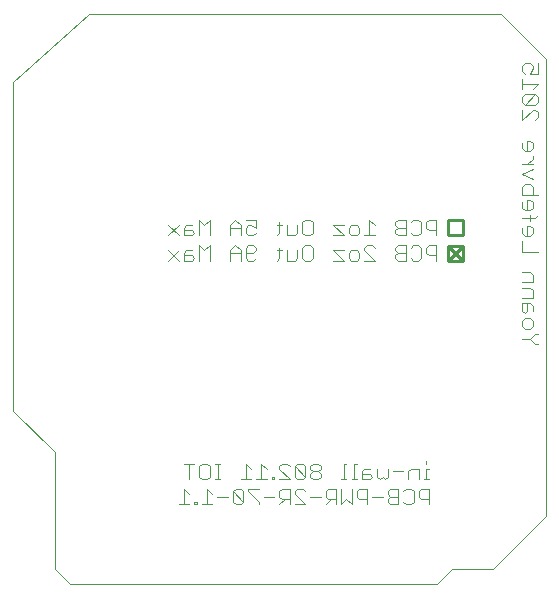
<source format=gbo>
G75*
%MOIN*%
%OFA0B0*%
%FSLAX25Y25*%
%IPPOS*%
%LPD*%
%AMOC8*
5,1,8,0,0,1.08239X$1,22.5*
%
%ADD10C,0.00000*%
%ADD11C,0.00400*%
%ADD12C,0.01000*%
D10*
X0189911Y0200358D02*
X0176161Y0214108D01*
X0176161Y0323988D01*
X0201321Y0346608D01*
X0338661Y0346608D01*
X0353661Y0331608D01*
X0353661Y0179108D01*
X0336161Y0161608D01*
X0322411Y0161608D01*
X0317411Y0156608D01*
X0194911Y0156608D01*
X0189911Y0161608D01*
X0189911Y0200358D01*
D11*
X0231317Y0183058D02*
X0234787Y0183058D01*
X0236498Y0183058D02*
X0237365Y0183058D01*
X0237365Y0183925D01*
X0236498Y0183925D01*
X0236498Y0183058D01*
X0239052Y0183058D02*
X0242522Y0183058D01*
X0240787Y0183058D02*
X0240787Y0188262D01*
X0242522Y0186527D01*
X0244208Y0185660D02*
X0247678Y0185660D01*
X0249365Y0187395D02*
X0252834Y0183925D01*
X0251967Y0183058D01*
X0250232Y0183058D01*
X0249365Y0183925D01*
X0249365Y0187395D01*
X0250232Y0188262D01*
X0251967Y0188262D01*
X0252834Y0187395D01*
X0252834Y0183925D01*
X0254521Y0187395D02*
X0257991Y0183925D01*
X0257991Y0183058D01*
X0259678Y0185660D02*
X0263147Y0185660D01*
X0264834Y0185660D02*
X0265701Y0184792D01*
X0268304Y0184792D01*
X0268304Y0183058D02*
X0268304Y0188262D01*
X0265701Y0188262D01*
X0264834Y0187395D01*
X0264834Y0185660D01*
X0266569Y0184792D02*
X0264834Y0183058D01*
X0269990Y0183058D02*
X0273460Y0183058D01*
X0269990Y0186527D01*
X0269990Y0187395D01*
X0270858Y0188262D01*
X0272593Y0188262D01*
X0273460Y0187395D01*
X0275147Y0185660D02*
X0278616Y0185660D01*
X0280303Y0185660D02*
X0281171Y0184792D01*
X0283773Y0184792D01*
X0283773Y0183058D02*
X0283773Y0188262D01*
X0281171Y0188262D01*
X0280303Y0187395D01*
X0280303Y0185660D01*
X0282038Y0184792D02*
X0280303Y0183058D01*
X0285460Y0183058D02*
X0285460Y0188262D01*
X0285476Y0191458D02*
X0287210Y0191458D01*
X0286343Y0191458D02*
X0286343Y0196662D01*
X0287210Y0196662D01*
X0289781Y0196662D02*
X0289781Y0191458D01*
X0290648Y0191458D02*
X0288913Y0191458D01*
X0288929Y0188262D02*
X0288929Y0183058D01*
X0287194Y0184792D01*
X0285460Y0183058D01*
X0290616Y0185660D02*
X0291483Y0184792D01*
X0294086Y0184792D01*
X0294086Y0183058D02*
X0294086Y0188262D01*
X0291483Y0188262D01*
X0290616Y0187395D01*
X0290616Y0185660D01*
X0295772Y0185660D02*
X0299242Y0185660D01*
X0300929Y0186527D02*
X0301796Y0185660D01*
X0304398Y0185660D01*
X0306085Y0187395D02*
X0306953Y0188262D01*
X0308687Y0188262D01*
X0309555Y0187395D01*
X0309555Y0183925D01*
X0308687Y0183058D01*
X0306953Y0183058D01*
X0306085Y0183925D01*
X0304398Y0183058D02*
X0301796Y0183058D01*
X0300929Y0183925D01*
X0300929Y0184792D01*
X0301796Y0185660D01*
X0300929Y0186527D02*
X0300929Y0187395D01*
X0301796Y0188262D01*
X0304398Y0188262D01*
X0304398Y0183058D01*
X0311241Y0185660D02*
X0312109Y0184792D01*
X0314711Y0184792D01*
X0314711Y0183058D02*
X0314711Y0188262D01*
X0312109Y0188262D01*
X0311241Y0187395D01*
X0311241Y0185660D01*
X0311274Y0191458D02*
X0311274Y0194927D01*
X0308671Y0194927D01*
X0307804Y0194060D01*
X0307804Y0191458D01*
X0306117Y0194060D02*
X0302648Y0194060D01*
X0300961Y0194927D02*
X0300961Y0192325D01*
X0300093Y0191458D01*
X0299226Y0192325D01*
X0298359Y0191458D01*
X0297491Y0192325D01*
X0297491Y0194927D01*
X0294937Y0194927D02*
X0293202Y0194927D01*
X0292335Y0194060D01*
X0292335Y0191458D01*
X0294937Y0191458D01*
X0295804Y0192325D01*
X0294937Y0193192D01*
X0292335Y0193192D01*
X0290648Y0196662D02*
X0289781Y0196662D01*
X0278616Y0195795D02*
X0278616Y0194927D01*
X0277749Y0194060D01*
X0276014Y0194060D01*
X0275147Y0193192D01*
X0275147Y0192325D01*
X0276014Y0191458D01*
X0277749Y0191458D01*
X0278616Y0192325D01*
X0278616Y0193192D01*
X0277749Y0194060D01*
X0276014Y0194060D02*
X0275147Y0194927D01*
X0275147Y0195795D01*
X0276014Y0196662D01*
X0277749Y0196662D01*
X0278616Y0195795D01*
X0273460Y0195795D02*
X0273460Y0192325D01*
X0269990Y0195795D01*
X0269990Y0192325D01*
X0270858Y0191458D01*
X0272593Y0191458D01*
X0273460Y0192325D01*
X0273460Y0195795D02*
X0272593Y0196662D01*
X0270858Y0196662D01*
X0269990Y0195795D01*
X0268304Y0195795D02*
X0267436Y0196662D01*
X0265701Y0196662D01*
X0264834Y0195795D01*
X0264834Y0194927D01*
X0268304Y0191458D01*
X0264834Y0191458D01*
X0263147Y0191458D02*
X0262280Y0191458D01*
X0262280Y0192325D01*
X0263147Y0192325D01*
X0263147Y0191458D01*
X0260569Y0191458D02*
X0257099Y0191458D01*
X0255413Y0191458D02*
X0251943Y0191458D01*
X0253678Y0191458D02*
X0253678Y0196662D01*
X0255413Y0194927D01*
X0258834Y0196662D02*
X0258834Y0191458D01*
X0257991Y0188262D02*
X0254521Y0188262D01*
X0254521Y0187395D01*
X0260569Y0194927D02*
X0258834Y0196662D01*
X0245100Y0196662D02*
X0243365Y0196662D01*
X0244232Y0196662D02*
X0244232Y0191458D01*
X0243365Y0191458D02*
X0245100Y0191458D01*
X0241662Y0192325D02*
X0241662Y0195795D01*
X0240795Y0196662D01*
X0239060Y0196662D01*
X0238193Y0195795D01*
X0238193Y0192325D01*
X0239060Y0191458D01*
X0240795Y0191458D01*
X0241662Y0192325D01*
X0236506Y0196662D02*
X0233036Y0196662D01*
X0234771Y0196662D02*
X0234771Y0191458D01*
X0233052Y0188262D02*
X0233052Y0183058D01*
X0234787Y0186527D02*
X0233052Y0188262D01*
X0232958Y0264308D02*
X0235560Y0264308D01*
X0236428Y0265175D01*
X0235560Y0266042D01*
X0232958Y0266042D01*
X0232958Y0266910D02*
X0232958Y0264308D01*
X0231271Y0264308D02*
X0227802Y0267777D01*
X0231271Y0267777D02*
X0227802Y0264308D01*
X0232958Y0266910D02*
X0233825Y0267777D01*
X0235560Y0267777D01*
X0238114Y0269512D02*
X0238114Y0264308D01*
X0241584Y0264308D02*
X0241584Y0269512D01*
X0239849Y0267777D01*
X0238114Y0269512D01*
X0238114Y0272708D02*
X0238114Y0277912D01*
X0239849Y0276177D01*
X0241584Y0277912D01*
X0241584Y0272708D01*
X0236428Y0273575D02*
X0235560Y0274442D01*
X0232958Y0274442D01*
X0232958Y0275310D02*
X0232958Y0272708D01*
X0235560Y0272708D01*
X0236428Y0273575D01*
X0235560Y0276177D02*
X0233825Y0276177D01*
X0232958Y0275310D01*
X0231271Y0276177D02*
X0227802Y0272708D01*
X0231271Y0272708D02*
X0227802Y0276177D01*
X0248427Y0276177D02*
X0248427Y0272708D01*
X0248427Y0275310D02*
X0251897Y0275310D01*
X0251897Y0276177D02*
X0250162Y0277912D01*
X0248427Y0276177D01*
X0251897Y0276177D02*
X0251897Y0272708D01*
X0253584Y0273575D02*
X0254451Y0272708D01*
X0256186Y0272708D01*
X0257053Y0273575D01*
X0257053Y0275310D02*
X0255318Y0276177D01*
X0254451Y0276177D01*
X0253584Y0275310D01*
X0253584Y0273575D01*
X0257053Y0275310D02*
X0257053Y0277912D01*
X0253584Y0277912D01*
X0254451Y0269512D02*
X0253584Y0268645D01*
X0253584Y0265175D01*
X0254451Y0264308D01*
X0256186Y0264308D01*
X0257053Y0265175D01*
X0256186Y0266910D02*
X0253584Y0266910D01*
X0251897Y0266910D02*
X0248427Y0266910D01*
X0248427Y0267777D02*
X0248427Y0264308D01*
X0248427Y0267777D02*
X0250162Y0269512D01*
X0251897Y0267777D01*
X0251897Y0264308D01*
X0256186Y0266910D02*
X0257053Y0267777D01*
X0257053Y0268645D01*
X0256186Y0269512D01*
X0254451Y0269512D01*
X0263912Y0267777D02*
X0265647Y0267777D01*
X0264780Y0268645D02*
X0264780Y0265175D01*
X0263912Y0264308D01*
X0267334Y0264308D02*
X0267334Y0267777D01*
X0267334Y0264308D02*
X0269936Y0264308D01*
X0270804Y0265175D01*
X0270804Y0267777D01*
X0272490Y0268645D02*
X0272490Y0265175D01*
X0273358Y0264308D01*
X0275093Y0264308D01*
X0275960Y0265175D01*
X0275960Y0268645D01*
X0275093Y0269512D01*
X0273358Y0269512D01*
X0272490Y0268645D01*
X0273358Y0272708D02*
X0272490Y0273575D01*
X0272490Y0277045D01*
X0273358Y0277912D01*
X0275093Y0277912D01*
X0275960Y0277045D01*
X0275960Y0273575D01*
X0275093Y0272708D01*
X0273358Y0272708D01*
X0270804Y0273575D02*
X0270804Y0276177D01*
X0270804Y0273575D02*
X0269936Y0272708D01*
X0267334Y0272708D01*
X0267334Y0276177D01*
X0265647Y0276177D02*
X0263912Y0276177D01*
X0264780Y0277045D02*
X0264780Y0273575D01*
X0263912Y0272708D01*
X0282803Y0272708D02*
X0286273Y0272708D01*
X0282803Y0276177D01*
X0286273Y0276177D01*
X0287960Y0275310D02*
X0288827Y0276177D01*
X0290562Y0276177D01*
X0291429Y0275310D01*
X0291429Y0273575D01*
X0290562Y0272708D01*
X0288827Y0272708D01*
X0287960Y0273575D01*
X0287960Y0275310D01*
X0293116Y0272708D02*
X0296586Y0272708D01*
X0294851Y0272708D02*
X0294851Y0277912D01*
X0296586Y0276177D01*
X0295718Y0269512D02*
X0296586Y0268645D01*
X0295718Y0269512D02*
X0293983Y0269512D01*
X0293116Y0268645D01*
X0293116Y0267777D01*
X0296586Y0264308D01*
X0293116Y0264308D01*
X0291429Y0265175D02*
X0291429Y0266910D01*
X0290562Y0267777D01*
X0288827Y0267777D01*
X0287960Y0266910D01*
X0287960Y0265175D01*
X0288827Y0264308D01*
X0290562Y0264308D01*
X0291429Y0265175D01*
X0286273Y0264308D02*
X0282803Y0264308D01*
X0282803Y0267777D02*
X0286273Y0264308D01*
X0286273Y0267777D02*
X0282803Y0267777D01*
X0303429Y0267777D02*
X0304296Y0266910D01*
X0306898Y0266910D01*
X0308585Y0268645D02*
X0309453Y0269512D01*
X0311187Y0269512D01*
X0312055Y0268645D01*
X0312055Y0265175D01*
X0311187Y0264308D01*
X0309453Y0264308D01*
X0308585Y0265175D01*
X0306898Y0264308D02*
X0306898Y0269512D01*
X0304296Y0269512D01*
X0303429Y0268645D01*
X0303429Y0267777D01*
X0304296Y0266910D02*
X0303429Y0266042D01*
X0303429Y0265175D01*
X0304296Y0264308D01*
X0306898Y0264308D01*
X0313741Y0266910D02*
X0314609Y0266042D01*
X0317211Y0266042D01*
X0317211Y0264308D02*
X0317211Y0269512D01*
X0314609Y0269512D01*
X0313741Y0268645D01*
X0313741Y0266910D01*
X0311187Y0272708D02*
X0309453Y0272708D01*
X0308585Y0273575D01*
X0306898Y0272708D02*
X0306898Y0277912D01*
X0304296Y0277912D01*
X0303429Y0277045D01*
X0303429Y0276177D01*
X0304296Y0275310D01*
X0306898Y0275310D01*
X0308585Y0277045D02*
X0309453Y0277912D01*
X0311187Y0277912D01*
X0312055Y0277045D01*
X0312055Y0273575D01*
X0311187Y0272708D01*
X0313741Y0275310D02*
X0314609Y0274442D01*
X0317211Y0274442D01*
X0317211Y0272708D02*
X0317211Y0277912D01*
X0314609Y0277912D01*
X0313741Y0277045D01*
X0313741Y0275310D01*
X0306898Y0272708D02*
X0304296Y0272708D01*
X0303429Y0273575D01*
X0303429Y0274442D01*
X0304296Y0275310D01*
X0345761Y0275111D02*
X0345761Y0273376D01*
X0346629Y0272509D01*
X0348363Y0272509D01*
X0349231Y0273376D01*
X0349231Y0275111D01*
X0348363Y0275978D01*
X0347496Y0275978D01*
X0347496Y0272509D01*
X0345761Y0270822D02*
X0345761Y0267352D01*
X0350966Y0267352D01*
X0348363Y0260509D02*
X0345761Y0260509D01*
X0348363Y0260509D02*
X0349231Y0259642D01*
X0349231Y0257040D01*
X0345761Y0257040D01*
X0345761Y0255353D02*
X0348363Y0255353D01*
X0349231Y0254485D01*
X0349231Y0251883D01*
X0345761Y0251883D01*
X0345761Y0250197D02*
X0345761Y0247594D01*
X0346629Y0246727D01*
X0347496Y0247594D01*
X0347496Y0250197D01*
X0348363Y0250197D02*
X0345761Y0250197D01*
X0348363Y0250197D02*
X0349231Y0249329D01*
X0349231Y0247594D01*
X0348363Y0245040D02*
X0346629Y0245040D01*
X0345761Y0244173D01*
X0345761Y0242438D01*
X0346629Y0241570D01*
X0348363Y0241570D01*
X0349231Y0242438D01*
X0349231Y0244173D01*
X0348363Y0245040D01*
X0350098Y0239884D02*
X0350966Y0239884D01*
X0350098Y0239884D02*
X0348363Y0238149D01*
X0345761Y0238149D01*
X0348363Y0238149D02*
X0350098Y0236414D01*
X0350966Y0236414D01*
X0348363Y0277665D02*
X0348363Y0279400D01*
X0348363Y0281103D02*
X0346629Y0281103D01*
X0345761Y0281970D01*
X0345761Y0283705D01*
X0347496Y0284572D02*
X0347496Y0281103D01*
X0348363Y0281103D02*
X0349231Y0281970D01*
X0349231Y0283705D01*
X0348363Y0284572D01*
X0347496Y0284572D01*
X0349231Y0286259D02*
X0349231Y0288861D01*
X0348363Y0289729D01*
X0346629Y0289729D01*
X0345761Y0288861D01*
X0345761Y0286259D01*
X0350966Y0286259D01*
X0349231Y0291416D02*
X0345761Y0293150D01*
X0349231Y0294885D01*
X0349231Y0296572D02*
X0345761Y0296572D01*
X0347496Y0296572D02*
X0349231Y0298307D01*
X0349231Y0299174D01*
X0348363Y0300869D02*
X0349231Y0301736D01*
X0349231Y0303471D01*
X0348363Y0304339D01*
X0347496Y0304339D01*
X0347496Y0300869D01*
X0346629Y0300869D02*
X0348363Y0300869D01*
X0346629Y0300869D02*
X0345761Y0301736D01*
X0345761Y0303471D01*
X0345761Y0311182D02*
X0349231Y0314651D01*
X0350098Y0314651D01*
X0350966Y0313784D01*
X0350966Y0312049D01*
X0350098Y0311182D01*
X0345761Y0311182D02*
X0345761Y0314651D01*
X0346629Y0316338D02*
X0350098Y0319808D01*
X0346629Y0319808D01*
X0345761Y0318940D01*
X0345761Y0317206D01*
X0346629Y0316338D01*
X0350098Y0316338D01*
X0350966Y0317206D01*
X0350966Y0318940D01*
X0350098Y0319808D01*
X0349231Y0321495D02*
X0350966Y0323229D01*
X0345761Y0323229D01*
X0345761Y0321495D02*
X0345761Y0324964D01*
X0346629Y0326651D02*
X0345761Y0327518D01*
X0345761Y0329253D01*
X0346629Y0330121D01*
X0348363Y0330121D01*
X0349231Y0329253D01*
X0349231Y0328386D01*
X0348363Y0326651D01*
X0350966Y0326651D01*
X0350966Y0330121D01*
X0350966Y0279400D02*
X0350098Y0278533D01*
X0345761Y0278533D01*
X0313844Y0197529D02*
X0313844Y0196662D01*
X0313844Y0194927D02*
X0313844Y0191458D01*
X0314711Y0191458D02*
X0312976Y0191458D01*
X0313844Y0194927D02*
X0314711Y0194927D01*
D12*
X0321161Y0264108D02*
X0326161Y0269108D01*
X0321161Y0269108D01*
X0326161Y0264108D01*
X0326161Y0269108D01*
X0326161Y0272858D02*
X0326161Y0277858D01*
X0321161Y0277858D01*
X0321161Y0272858D01*
X0326161Y0272858D01*
X0321161Y0269108D02*
X0321161Y0264108D01*
X0326161Y0264108D01*
M02*

</source>
